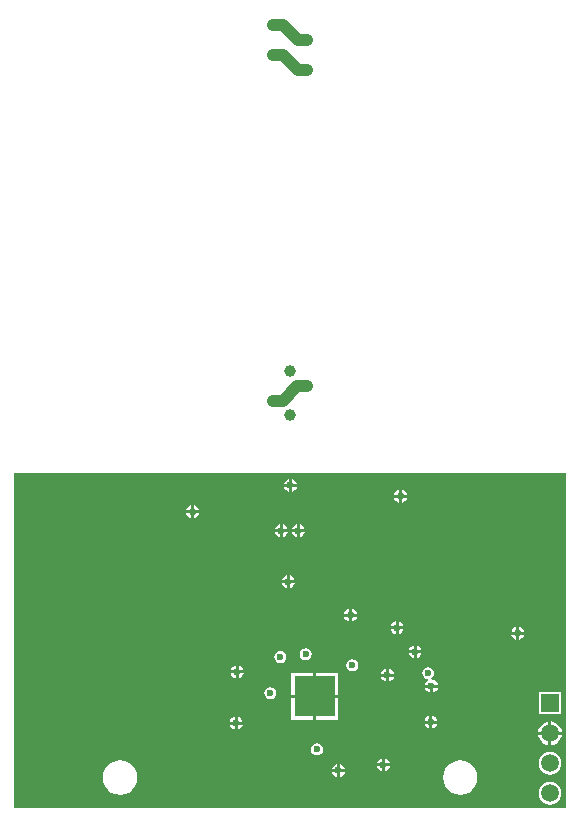
<source format=gbl>
G04*
G04 #@! TF.GenerationSoftware,Altium Limited,Altium Designer,21.3.2 (30)*
G04*
G04 Layer_Physical_Order=4*
G04 Layer_Color=16711680*
%FSLAX44Y44*%
%MOMM*%
G71*
G04*
G04 #@! TF.SameCoordinates,C0BB7E1C-5EEE-4355-A842-C900462BBBA7*
G04*
G04*
G04 #@! TF.FilePolarity,Positive*
G04*
G01*
G75*
%ADD10R,3.4500X3.4500*%
%ADD34C,1.0000*%
%ADD37C,0.2800*%
%ADD44C,1.5000*%
%ADD45R,1.5000X1.5000*%
%ADD46C,1.0000*%
%ADD47C,0.6600*%
%ADD48C,0.6000*%
G36*
X473941Y6059D02*
X6059D01*
X6059Y290000D01*
X473941D01*
X473941Y6059D01*
D02*
G37*
%LPC*%
G36*
X241470Y284896D02*
Y280770D01*
X245596D01*
X245418Y281661D01*
X244194Y283494D01*
X242362Y284718D01*
X241470Y284896D01*
D02*
G37*
G36*
X238930D02*
X238038Y284718D01*
X236206Y283494D01*
X234981Y281661D01*
X234804Y280770D01*
X238930D01*
Y284896D01*
D02*
G37*
G36*
X245596Y278230D02*
X241470D01*
Y274104D01*
X242362Y274281D01*
X244194Y275506D01*
X245418Y277338D01*
X245596Y278230D01*
D02*
G37*
G36*
X238930D02*
X234804D01*
X234981Y277338D01*
X236206Y275506D01*
X238038Y274281D01*
X238930Y274104D01*
Y278230D01*
D02*
G37*
G36*
X334797Y275721D02*
Y271595D01*
X338923D01*
X338745Y272486D01*
X337521Y274319D01*
X335688Y275543D01*
X334797Y275721D01*
D02*
G37*
G36*
X332257D02*
X331365Y275543D01*
X329533Y274319D01*
X328308Y272486D01*
X328131Y271595D01*
X332257D01*
Y275721D01*
D02*
G37*
G36*
X338923Y269055D02*
X334797D01*
Y264929D01*
X335688Y265106D01*
X337521Y266331D01*
X338745Y268163D01*
X338923Y269055D01*
D02*
G37*
G36*
X332257D02*
X328131D01*
X328308Y268163D01*
X329533Y266331D01*
X331365Y265106D01*
X332257Y264929D01*
Y269055D01*
D02*
G37*
G36*
X158647Y262624D02*
Y258498D01*
X162773D01*
X162595Y259389D01*
X161371Y261222D01*
X159538Y262446D01*
X158647Y262624D01*
D02*
G37*
G36*
X156107D02*
X155215Y262446D01*
X153383Y261222D01*
X152158Y259389D01*
X151981Y258498D01*
X156107D01*
Y262624D01*
D02*
G37*
G36*
X162773Y255958D02*
X158647D01*
Y251832D01*
X159538Y252009D01*
X161371Y253234D01*
X162595Y255066D01*
X162773Y255958D01*
D02*
G37*
G36*
X156107D02*
X151981D01*
X152158Y255066D01*
X153383Y253234D01*
X155215Y252009D01*
X156107Y251832D01*
Y255958D01*
D02*
G37*
G36*
X233760Y246571D02*
Y242445D01*
X237885D01*
X237708Y243337D01*
X236484Y245169D01*
X234651Y246393D01*
X233760Y246571D01*
D02*
G37*
G36*
X231220D02*
X230328Y246393D01*
X228496Y245169D01*
X227271Y243337D01*
X227094Y242445D01*
X231220D01*
Y246571D01*
D02*
G37*
G36*
X248196Y246560D02*
Y242434D01*
X252322D01*
X252144Y243326D01*
X250920Y245158D01*
X249088Y246383D01*
X248196Y246560D01*
D02*
G37*
G36*
X245656D02*
X244764Y246383D01*
X242932Y245158D01*
X241707Y243326D01*
X241530Y242434D01*
X245656D01*
Y246560D01*
D02*
G37*
G36*
X237885Y239905D02*
X233760D01*
Y235779D01*
X234651Y235956D01*
X236484Y237181D01*
X237708Y239013D01*
X237885Y239905D01*
D02*
G37*
G36*
X231220D02*
X227094D01*
X227271Y239013D01*
X228496Y237181D01*
X230328Y235956D01*
X231220Y235779D01*
Y239905D01*
D02*
G37*
G36*
X252322Y239894D02*
X248196D01*
Y235768D01*
X249088Y235946D01*
X250920Y237170D01*
X252144Y239002D01*
X252322Y239894D01*
D02*
G37*
G36*
X245656D02*
X241530D01*
X241707Y239002D01*
X242932Y237170D01*
X244764Y235946D01*
X245656Y235768D01*
Y239894D01*
D02*
G37*
G36*
X239670Y203433D02*
Y199307D01*
X243796D01*
X243619Y200199D01*
X242394Y202031D01*
X240562Y203256D01*
X239670Y203433D01*
D02*
G37*
G36*
X237130D02*
X236238Y203256D01*
X234406Y202031D01*
X233181Y200199D01*
X233004Y199307D01*
X237130D01*
Y203433D01*
D02*
G37*
G36*
X243796Y196767D02*
X239670D01*
Y192641D01*
X240562Y192819D01*
X242394Y194043D01*
X243619Y195876D01*
X243796Y196767D01*
D02*
G37*
G36*
X237130D02*
X233004D01*
X233181Y195876D01*
X234406Y194043D01*
X236238Y192819D01*
X237130Y192641D01*
Y196767D01*
D02*
G37*
G36*
X292470Y174996D02*
Y170870D01*
X296596D01*
X296418Y171762D01*
X295194Y173594D01*
X293362Y174819D01*
X292470Y174996D01*
D02*
G37*
G36*
X289930D02*
X289038Y174819D01*
X287206Y173594D01*
X285981Y171762D01*
X285804Y170870D01*
X289930D01*
Y174996D01*
D02*
G37*
G36*
X296596Y168330D02*
X292470D01*
Y164204D01*
X293362Y164382D01*
X295194Y165606D01*
X296418Y167438D01*
X296596Y168330D01*
D02*
G37*
G36*
X289930D02*
X285804D01*
X285981Y167438D01*
X287206Y165606D01*
X289038Y164382D01*
X289930Y164204D01*
Y168330D01*
D02*
G37*
G36*
X331770Y164296D02*
Y160170D01*
X335896D01*
X335719Y161062D01*
X334494Y162894D01*
X332662Y164118D01*
X331770Y164296D01*
D02*
G37*
G36*
X329230D02*
X328338Y164118D01*
X326506Y162894D01*
X325281Y161062D01*
X325104Y160170D01*
X329230D01*
Y164296D01*
D02*
G37*
G36*
X433970Y159696D02*
Y155570D01*
X438096D01*
X437919Y156462D01*
X436694Y158294D01*
X434862Y159519D01*
X433970Y159696D01*
D02*
G37*
G36*
X431430D02*
X430538Y159519D01*
X428706Y158294D01*
X427481Y156462D01*
X427304Y155570D01*
X431430D01*
Y159696D01*
D02*
G37*
G36*
X335896Y157630D02*
X331770D01*
Y153504D01*
X332662Y153681D01*
X334494Y154906D01*
X335719Y156738D01*
X335896Y157630D01*
D02*
G37*
G36*
X329230D02*
X325104D01*
X325281Y156738D01*
X326506Y154906D01*
X328338Y153681D01*
X329230Y153504D01*
Y157630D01*
D02*
G37*
G36*
X438096Y153030D02*
X433970D01*
Y148904D01*
X434862Y149081D01*
X436694Y150306D01*
X437919Y152138D01*
X438096Y153030D01*
D02*
G37*
G36*
X431430D02*
X427304D01*
X427481Y152138D01*
X428706Y150306D01*
X430538Y149081D01*
X431430Y148904D01*
Y153030D01*
D02*
G37*
G36*
X347070Y143996D02*
Y139870D01*
X351196D01*
X351019Y140762D01*
X349794Y142594D01*
X347962Y143819D01*
X347070Y143996D01*
D02*
G37*
G36*
X344530D02*
X343638Y143819D01*
X341806Y142594D01*
X340581Y140762D01*
X340404Y139870D01*
X344530D01*
Y143996D01*
D02*
G37*
G36*
X351196Y137330D02*
X347070D01*
Y133204D01*
X347962Y133381D01*
X349794Y134606D01*
X351019Y136438D01*
X351196Y137330D01*
D02*
G37*
G36*
X344530D02*
X340404D01*
X340581Y136438D01*
X341806Y134606D01*
X343638Y133381D01*
X344530Y133204D01*
Y137330D01*
D02*
G37*
G36*
X253200Y141498D02*
X251249Y141110D01*
X249595Y140005D01*
X248490Y138351D01*
X248102Y136400D01*
X248490Y134449D01*
X249595Y132795D01*
X251249Y131690D01*
X253200Y131302D01*
X255151Y131690D01*
X256805Y132795D01*
X257910Y134449D01*
X258298Y136400D01*
X257910Y138351D01*
X256805Y140005D01*
X255151Y141110D01*
X253200Y141498D01*
D02*
G37*
G36*
X231700Y139198D02*
X229749Y138810D01*
X228095Y137705D01*
X226990Y136051D01*
X226602Y134100D01*
X226990Y132149D01*
X228095Y130495D01*
X229749Y129390D01*
X231700Y129002D01*
X233651Y129390D01*
X235305Y130495D01*
X236410Y132149D01*
X236798Y134100D01*
X236410Y136051D01*
X235305Y137705D01*
X233651Y138810D01*
X231700Y139198D01*
D02*
G37*
G36*
X196429Y126926D02*
Y122800D01*
X200555D01*
X200377Y123692D01*
X199153Y125524D01*
X197320Y126749D01*
X196429Y126926D01*
D02*
G37*
G36*
X193889D02*
X192997Y126749D01*
X191164Y125524D01*
X189940Y123692D01*
X189763Y122800D01*
X193889D01*
Y126926D01*
D02*
G37*
G36*
X292700Y132098D02*
X290749Y131710D01*
X289095Y130605D01*
X287990Y128951D01*
X287602Y127000D01*
X287990Y125049D01*
X289095Y123395D01*
X290749Y122290D01*
X292700Y121902D01*
X294651Y122290D01*
X296305Y123395D01*
X297410Y125049D01*
X297798Y127000D01*
X297410Y128951D01*
X296305Y130605D01*
X294651Y131710D01*
X292700Y132098D01*
D02*
G37*
G36*
X323570Y124196D02*
Y120070D01*
X327696D01*
X327519Y120962D01*
X326294Y122794D01*
X324462Y124018D01*
X323570Y124196D01*
D02*
G37*
G36*
X321030D02*
X320138Y124018D01*
X318306Y122794D01*
X317081Y120962D01*
X316904Y120070D01*
X321030D01*
Y124196D01*
D02*
G37*
G36*
X200555Y120260D02*
X196429D01*
Y116134D01*
X197320Y116312D01*
X199153Y117536D01*
X200377Y119369D01*
X200555Y120260D01*
D02*
G37*
G36*
X193889D02*
X189763D01*
X189940Y119369D01*
X191164Y117536D01*
X192997Y116312D01*
X193889Y116134D01*
Y120260D01*
D02*
G37*
G36*
X327696Y117530D02*
X323570D01*
Y113404D01*
X324462Y113581D01*
X326294Y114806D01*
X327519Y116638D01*
X327696Y117530D01*
D02*
G37*
G36*
X321030D02*
X316904D01*
X317081Y116638D01*
X318306Y114806D01*
X320138Y113581D01*
X321030Y113404D01*
Y117530D01*
D02*
G37*
G36*
X356800Y125598D02*
X354849Y125210D01*
X353195Y124105D01*
X352090Y122451D01*
X351702Y120500D01*
X352090Y118549D01*
X353195Y116895D01*
X354849Y115790D01*
X356319Y115498D01*
X356616Y114169D01*
X355606Y113494D01*
X354381Y111662D01*
X354204Y110770D01*
X364996D01*
X364818Y111662D01*
X363594Y113494D01*
X361762Y114719D01*
X359967Y115076D01*
X359586Y116298D01*
X359585Y116348D01*
X360405Y116895D01*
X361510Y118549D01*
X361898Y120500D01*
X361510Y122451D01*
X360405Y124105D01*
X358751Y125210D01*
X356800Y125598D01*
D02*
G37*
G36*
X364996Y108230D02*
X360870D01*
Y104104D01*
X361762Y104282D01*
X363594Y105506D01*
X364818Y107338D01*
X364996Y108230D01*
D02*
G37*
G36*
X358330D02*
X354204D01*
X354381Y107338D01*
X355606Y105506D01*
X357438Y104282D01*
X358330Y104104D01*
Y108230D01*
D02*
G37*
G36*
X280590Y120590D02*
X262070D01*
Y102070D01*
X280590D01*
Y120590D01*
D02*
G37*
G36*
X259530D02*
X241010D01*
Y102070D01*
X259530D01*
Y120590D01*
D02*
G37*
G36*
X223200Y108698D02*
X221249Y108310D01*
X219595Y107205D01*
X218490Y105551D01*
X218102Y103600D01*
X218490Y101649D01*
X219595Y99995D01*
X221249Y98890D01*
X223200Y98502D01*
X225151Y98890D01*
X226805Y99995D01*
X227910Y101649D01*
X228298Y103600D01*
X227910Y105551D01*
X226805Y107205D01*
X225151Y108310D01*
X223200Y108698D01*
D02*
G37*
G36*
X469500Y104500D02*
X450500D01*
Y85500D01*
X469500D01*
Y104500D01*
D02*
G37*
G36*
X280590Y99530D02*
X262070D01*
Y81010D01*
X280590D01*
Y99530D01*
D02*
G37*
G36*
X259530D02*
X241010D01*
Y81010D01*
X259530D01*
Y99530D01*
D02*
G37*
G36*
X360470Y84396D02*
Y80270D01*
X364596D01*
X364418Y81162D01*
X363194Y82994D01*
X361362Y84219D01*
X360470Y84396D01*
D02*
G37*
G36*
X357930D02*
X357038Y84219D01*
X355206Y82994D01*
X353981Y81162D01*
X353804Y80270D01*
X357930D01*
Y84396D01*
D02*
G37*
G36*
X195575Y83606D02*
Y79481D01*
X199701D01*
X199524Y80372D01*
X198299Y82205D01*
X196467Y83429D01*
X195575Y83606D01*
D02*
G37*
G36*
X193035D02*
X192143Y83429D01*
X190311Y82205D01*
X189086Y80372D01*
X188909Y79481D01*
X193035D01*
Y83606D01*
D02*
G37*
G36*
X364596Y77730D02*
X360470D01*
Y73604D01*
X361362Y73781D01*
X363194Y75006D01*
X364418Y76838D01*
X364596Y77730D01*
D02*
G37*
G36*
X357930D02*
X353804D01*
X353981Y76838D01*
X355206Y75006D01*
X357038Y73781D01*
X357930Y73604D01*
Y77730D01*
D02*
G37*
G36*
X199701Y76940D02*
X195575D01*
Y72815D01*
X196467Y72992D01*
X198299Y74216D01*
X199524Y76049D01*
X199701Y76940D01*
D02*
G37*
G36*
X193035D02*
X188909D01*
X189086Y76049D01*
X190311Y74216D01*
X192143Y72992D01*
X193035Y72815D01*
Y76940D01*
D02*
G37*
G36*
X461270Y79559D02*
Y70870D01*
X469959D01*
X469782Y72221D01*
X468770Y74663D01*
X467161Y76761D01*
X465063Y78370D01*
X462621Y79382D01*
X461270Y79559D01*
D02*
G37*
G36*
X458730D02*
X457379Y79382D01*
X454937Y78370D01*
X452839Y76761D01*
X451230Y74663D01*
X450218Y72221D01*
X450041Y70870D01*
X458730D01*
Y79559D01*
D02*
G37*
G36*
X469959Y68330D02*
X461270D01*
Y59641D01*
X462621Y59818D01*
X465063Y60830D01*
X467161Y62439D01*
X468770Y64537D01*
X469782Y66979D01*
X469959Y68330D01*
D02*
G37*
G36*
X458730D02*
X450041D01*
X450218Y66979D01*
X451230Y64537D01*
X452839Y62439D01*
X454937Y60830D01*
X457379Y59818D01*
X458730Y59641D01*
Y68330D01*
D02*
G37*
G36*
X262700Y60998D02*
X260749Y60610D01*
X259095Y59505D01*
X257990Y57851D01*
X257602Y55900D01*
X257990Y53949D01*
X259095Y52295D01*
X260749Y51190D01*
X262700Y50802D01*
X264651Y51190D01*
X266305Y52295D01*
X267410Y53949D01*
X267798Y55900D01*
X267410Y57851D01*
X266305Y59505D01*
X264651Y60610D01*
X262700Y60998D01*
D02*
G37*
G36*
X320270Y48296D02*
Y44170D01*
X324396D01*
X324219Y45062D01*
X322994Y46894D01*
X321162Y48119D01*
X320270Y48296D01*
D02*
G37*
G36*
X317730D02*
X316838Y48119D01*
X315006Y46894D01*
X313781Y45062D01*
X313604Y44170D01*
X317730D01*
Y48296D01*
D02*
G37*
G36*
X282170Y43496D02*
Y39370D01*
X286296D01*
X286119Y40262D01*
X284894Y42094D01*
X283062Y43319D01*
X282170Y43496D01*
D02*
G37*
G36*
X279630D02*
X278738Y43319D01*
X276906Y42094D01*
X275681Y40262D01*
X275504Y39370D01*
X279630D01*
Y43496D01*
D02*
G37*
G36*
X324396Y41630D02*
X320270D01*
Y37504D01*
X321162Y37681D01*
X322994Y38906D01*
X324219Y40738D01*
X324396Y41630D01*
D02*
G37*
G36*
X317730D02*
X313604D01*
X313781Y40738D01*
X315006Y38906D01*
X316838Y37681D01*
X317730Y37504D01*
Y41630D01*
D02*
G37*
G36*
X460000Y53782D02*
X457520Y53455D01*
X455209Y52498D01*
X453224Y50975D01*
X451702Y48991D01*
X450745Y46680D01*
X450418Y44200D01*
X450745Y41720D01*
X451702Y39409D01*
X453224Y37424D01*
X455209Y35902D01*
X457520Y34945D01*
X460000Y34618D01*
X462480Y34945D01*
X464791Y35902D01*
X466775Y37424D01*
X468298Y39409D01*
X469255Y41720D01*
X469582Y44200D01*
X469255Y46680D01*
X468298Y48991D01*
X466775Y50975D01*
X464791Y52498D01*
X462480Y53455D01*
X460000Y53782D01*
D02*
G37*
G36*
X286296Y36830D02*
X282170D01*
Y32704D01*
X283062Y32882D01*
X284894Y34106D01*
X286119Y35938D01*
X286296Y36830D01*
D02*
G37*
G36*
X279630D02*
X275504D01*
X275681Y35938D01*
X276906Y34106D01*
X278738Y32882D01*
X279630Y32704D01*
Y36830D01*
D02*
G37*
G36*
X384000Y46625D02*
X380215Y46127D01*
X376687Y44666D01*
X373658Y42341D01*
X371334Y39313D01*
X369873Y35785D01*
X369375Y32000D01*
X369873Y28215D01*
X371334Y24688D01*
X373658Y21658D01*
X376687Y19334D01*
X380215Y17873D01*
X384000Y17375D01*
X387785Y17873D01*
X391313Y19334D01*
X394342Y21658D01*
X396666Y24688D01*
X398127Y28215D01*
X398625Y32000D01*
X398127Y35785D01*
X396666Y39313D01*
X394342Y42341D01*
X391313Y44666D01*
X387785Y46127D01*
X384000Y46625D01*
D02*
G37*
G36*
X96000D02*
X92215Y46127D01*
X88687Y44666D01*
X85659Y42341D01*
X83334Y39313D01*
X81873Y35785D01*
X81375Y32000D01*
X81873Y28215D01*
X83334Y24688D01*
X85659Y21658D01*
X88687Y19334D01*
X92215Y17873D01*
X96000Y17375D01*
X99785Y17873D01*
X103313Y19334D01*
X106341Y21658D01*
X108666Y24688D01*
X110127Y28215D01*
X110625Y32000D01*
X110127Y35785D01*
X108666Y39313D01*
X106341Y42341D01*
X103313Y44666D01*
X99785Y46127D01*
X96000Y46625D01*
D02*
G37*
G36*
X460000Y28382D02*
X457520Y28055D01*
X455209Y27098D01*
X453224Y25575D01*
X451702Y23591D01*
X450745Y21280D01*
X450418Y18800D01*
X450745Y16320D01*
X451702Y14009D01*
X453224Y12025D01*
X455209Y10502D01*
X457520Y9545D01*
X460000Y9218D01*
X462480Y9545D01*
X464791Y10502D01*
X466775Y12025D01*
X468298Y14009D01*
X469255Y16320D01*
X469582Y18800D01*
X469255Y21280D01*
X468298Y23591D01*
X466775Y25575D01*
X464791Y27098D01*
X462480Y28055D01*
X460000Y28382D01*
D02*
G37*
%LPD*%
D10*
X260800Y100800D02*
D03*
D34*
X246205Y363704D02*
X254472D01*
X233795Y351294D02*
X246205Y363704D01*
X225635Y351294D02*
X233795D01*
X246305Y631294D02*
X254465D01*
X225735Y643704D02*
X233895D01*
X246305Y631294D01*
X246260Y656499D02*
X254420D01*
X225690Y668909D02*
X233850D01*
X246260Y656499D01*
D37*
X252334Y136400D02*
X253200D01*
D44*
X460000Y18800D02*
D03*
Y44200D02*
D03*
Y69600D02*
D03*
D45*
Y95000D02*
D03*
D46*
X240022Y338908D02*
D03*
X225562Y351288D02*
D03*
X240022Y376318D02*
D03*
X254472Y363698D02*
D03*
X254432Y631288D02*
D03*
X225522Y643698D02*
D03*
X254432Y656498D02*
D03*
X225522Y668908D02*
D03*
D47*
X260800Y100800D02*
D03*
X248800Y112800D02*
D03*
X260800D02*
D03*
X272800D02*
D03*
X248800Y100800D02*
D03*
X272800D02*
D03*
X248800Y88800D02*
D03*
X260800D02*
D03*
X272800D02*
D03*
D48*
X432700Y154300D02*
D03*
X262700Y55900D02*
D03*
X292700Y127000D02*
D03*
X356800Y120500D02*
D03*
X223200Y103600D02*
D03*
X238400Y198037D02*
D03*
X195159Y121530D02*
D03*
X194305Y78211D02*
D03*
X280900Y38100D02*
D03*
X319000Y42900D02*
D03*
X359200Y79000D02*
D03*
X359600Y109500D02*
D03*
X322300Y118800D02*
D03*
X345800Y138600D02*
D03*
X330500Y158900D02*
D03*
X291200Y169600D02*
D03*
X231700Y134100D02*
D03*
X253200Y136400D02*
D03*
X157377Y257228D02*
D03*
X333527Y270325D02*
D03*
X246926Y241164D02*
D03*
X232490Y241175D02*
D03*
X240200Y279500D02*
D03*
M02*

</source>
